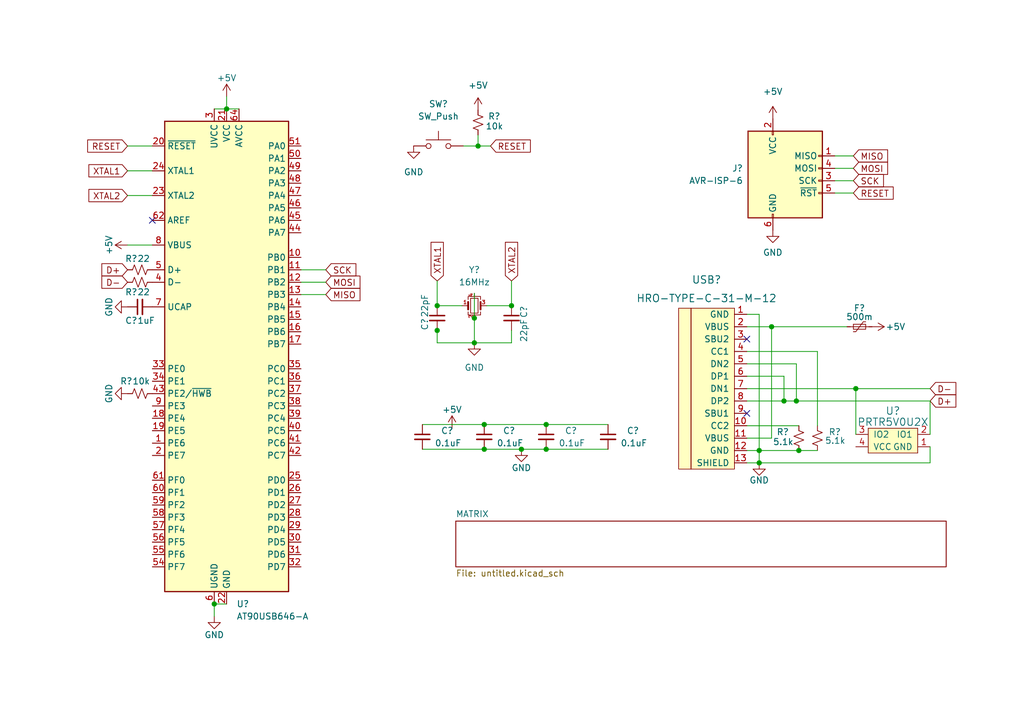
<source format=kicad_sch>
(kicad_sch (version 20211123) (generator eeschema)
  (paper "A5")
  (lib_symbols
    (symbol "Connector:AVR-ISP-6" (pin_names (offset 1.016))
      (property "Reference" "J" (at -6.35 11.43 0))
      (property "Value" "AVR-ISP-6" (at 0 11.43 0))
      (symbol "AVR-ISP-6_0_1"
        (rectangle (start -2.667 -6.858) (end -2.413 -7.62))
        (rectangle (start -2.667 10.16) (end -2.413 9.398))
        (rectangle (start 7.62 -2.413) (end 6.858 -2.667))
        (rectangle (start 7.62 0.127) (end 6.858 -0.127))
        (rectangle (start 7.62 2.667) (end 6.858 2.413))
        (rectangle (start 7.62 5.207) (end 6.858 4.953))
        (rectangle (start 7.62 10.16) (end -7.62 -7.62) (stroke (width 0.254)) (fill (type background)))
      )
      (symbol "AVR-ISP-6_1_1"
        (pin passive line (at 10.16 5.08 180) (length 2.54) (name "MISO") (number "1"))
        (pin passive line (at -2.54 12.7 270) (length 2.54) (name "VCC") (number "2"))
        (pin passive line (at 10.16 0 180) (length 2.54) (name "SCK") (number "3"))
        (pin passive line (at 10.16 2.54 180) (length 2.54) (name "MOSI") (number "4"))
        (pin passive line (at 10.16 -2.54 180) (length 2.54) (name "~{RST}") (number "5"))
        (pin passive line (at -2.54 -10.16 90) (length 2.54) (name "GND") (number "6"))
      )
    )
    (symbol "Device:C_Small" (pin_numbers hide) (pin_names (offset 0.254) hide)
      (property "Reference" "C" (at 0.254 1.778 0))
      (property "Value" "C_Small" (at 0.254 -2.032 0))
      (symbol "C_Small_0_1"
        (polyline (pts (xy -1.524 -0.508) (xy 1.524 -0.508)) (stroke (width 0.3302)))
        (polyline (pts (xy -1.524 0.508) (xy 1.524 0.508)) (stroke (width 0.3048)))
      )
      (symbol "C_Small_1_1"
        (pin passive line (at 0 2.54 270) (length 2.032) (name "~") (number "1"))
        (pin passive line (at 0 -2.54 90) (length 2.032) (name "~") (number "2"))
      )
    )
    (symbol "Device:Crystal_GND24_Small" (pin_names (offset 1.016) hide)
      (property "Reference" "Y" (at 1.27 4.445 0))
      (property "Value" "Crystal_GND24_Small" (at 1.27 2.54 0))
      (symbol "Crystal_GND24_Small_0_1"
        (rectangle (start -0.762 -1.524) (end 0.762 1.524))
        (polyline (pts (xy -1.27 -0.762) (xy -1.27 0.762)) (stroke (width 0.381)))
        (polyline (pts (xy 1.27 -0.762) (xy 1.27 0.762)) (stroke (width 0.381)))
        (polyline (pts (xy -1.27 -1.27) (xy -1.27 -1.905) (xy 1.27 -1.905) (xy 1.27 -1.27)))
        (polyline (pts (xy -1.27 1.27) (xy -1.27 1.905) (xy 1.27 1.905) (xy 1.27 1.27)))
      )
      (symbol "Crystal_GND24_Small_1_1"
        (pin passive line (at -2.54 0 0) (length 1.27) (name "1") (number "1"))
        (pin passive line (at 0 -2.54 90) (length 0.635) (name "2") (number "2"))
        (pin passive line (at 2.54 0 180) (length 1.27) (name "3") (number "3"))
        (pin passive line (at 0 2.54 270) (length 0.635) (name "4") (number "4"))
      )
    )
    (symbol "Device:Polyfuse_Small" (pin_numbers hide) (pin_names (offset 0))
      (property "Reference" "F" (at -1.905 0 90))
      (property "Value" "Polyfuse_Small" (at 1.905 0 90))
      (symbol "Polyfuse_Small_0_1"
        (rectangle (start -0.508 1.27) (end 0.508 -1.27))
        (polyline (pts (xy 0 2.54) (xy 0 -2.54)))
        (polyline (pts (xy -1.016 1.27) (xy -1.016 0.762) (xy 1.016 -0.762) (xy 1.016 -1.27)))
      )
      (symbol "Polyfuse_Small_1_1"
        (pin passive line (at 0 2.54 270) (length 0.635) (name "~") (number "1"))
        (pin passive line (at 0 -2.54 90) (length 0.635) (name "~") (number "2"))
      )
    )
    (symbol "Device:R_Small_US" (pin_numbers hide) (pin_names (offset 0.254) hide)
      (property "Reference" "R" (at 0.762 0.508 0))
      (property "Value" "R_Small_US" (at 0.762 -1.016 0))
      (symbol "R_Small_US_1_1"
        (polyline (pts (xy 0 0) (xy 1.016 -0.381) (xy 0 -0.762) (xy -1.016 -1.143) (xy 0 -1.524)))
        (polyline (pts (xy 0 1.524) (xy 1.016 1.143) (xy 0 0.762) (xy -1.016 0.381) (xy 0 0)))
        (pin passive line (at 0 2.54 270) (length 1.016) (name "~") (number "1"))
        (pin passive line (at 0 -2.54 90) (length 1.016) (name "~") (number "2"))
      )
    )
    (symbol "MCU_Microchip_AVR:AT90USB646-A"
      (property "Reference" "U" (at -12.7 49.53 0))
      (property "Value" "AT90USB646-A" (at 2.54 -49.53 0))
      (symbol "AT90USB646-A_0_1"
        (rectangle (start -12.7 -48.26) (end 12.7 48.26) (stroke (width 0.254)) (fill (type background)))
      )
      (symbol "AT90USB646-A_1_1"
        (pin bidirectional line (at -15.24 -17.78 0) (length 2.54) (name "PE6") (number "1"))
        (pin bidirectional line (at 15.24 20.32 180) (length 2.54) (name "PB0") (number "10"))
        (pin bidirectional line (at 15.24 17.78 180) (length 2.54) (name "PB1") (number "11"))
        (pin bidirectional line (at 15.24 15.24 180) (length 2.54) (name "PB2") (number "12"))
        (pin bidirectional line (at 15.24 12.7 180) (length 2.54) (name "PB3") (number "13"))
        (pin bidirectional line (at 15.24 10.16 180) (length 2.54) (name "PB4") (number "14"))
        (pin bidirectional line (at 15.24 7.62 180) (length 2.54) (name "PB5") (number "15"))
        (pin bidirectional line (at 15.24 5.08 180) (length 2.54) (name "PB6") (number "16"))
        (pin bidirectional line (at 15.24 2.54 180) (length 2.54) (name "PB7") (number "17"))
        (pin bidirectional line (at -15.24 -12.7 0) (length 2.54) (name "PE4") (number "18"))
        (pin bidirectional line (at -15.24 -15.24 0) (length 2.54) (name "PE5") (number "19"))
        (pin bidirectional line (at -15.24 -20.32 0) (length 2.54) (name "PE7") (number "2"))
        (pin input line (at -15.24 43.18 0) (length 2.54) (name "~{RESET}") (number "20"))
        (pin power_in line (at 0 50.8 270) (length 2.54) (name "VCC") (number "21"))
        (pin power_in line (at 0 -50.8 90) (length 2.54) (name "GND") (number "22"))
        (pin output line (at -15.24 33.02 0) (length 2.54) (name "XTAL2") (number "23"))
        (pin input line (at -15.24 38.1 0) (length 2.54) (name "XTAL1") (number "24"))
        (pin bidirectional line (at 15.24 -25.4 180) (length 2.54) (name "PD0") (number "25"))
        (pin bidirectional line (at 15.24 -27.94 180) (length 2.54) (name "PD1") (number "26"))
        (pin bidirectional line (at 15.24 -30.48 180) (length 2.54) (name "PD2") (number "27"))
        (pin bidirectional line (at 15.24 -33.02 180) (length 2.54) (name "PD3") (number "28"))
        (pin bidirectional line (at 15.24 -35.56 180) (length 2.54) (name "PD4") (number "29"))
        (pin power_in line (at -2.54 50.8 270) (length 2.54) (name "UVCC") (number "3"))
        (pin bidirectional line (at 15.24 -38.1 180) (length 2.54) (name "PD5") (number "30"))
        (pin bidirectional line (at 15.24 -40.64 180) (length 2.54) (name "PD6") (number "31"))
        (pin bidirectional line (at 15.24 -43.18 180) (length 2.54) (name "PD7") (number "32"))
        (pin bidirectional line (at -15.24 -2.54 0) (length 2.54) (name "PE0") (number "33"))
        (pin bidirectional line (at -15.24 -5.08 0) (length 2.54) (name "PE1") (number "34"))
        (pin bidirectional line (at 15.24 -2.54 180) (length 2.54) (name "PC0") (number "35"))
        (pin bidirectional line (at 15.24 -5.08 180) (length 2.54) (name "PC1") (number "36"))
        (pin bidirectional line (at 15.24 -7.62 180) (length 2.54) (name "PC2") (number "37"))
        (pin bidirectional line (at 15.24 -10.16 180) (length 2.54) (name "PC3") (number "38"))
        (pin bidirectional line (at 15.24 -12.7 180) (length 2.54) (name "PC4") (number "39"))
        (pin bidirectional line (at -15.24 15.24 0) (length 2.54) (name "D-") (number "4"))
        (pin bidirectional line (at 15.24 -15.24 180) (length 2.54) (name "PC5") (number "40"))
        (pin bidirectional line (at 15.24 -17.78 180) (length 2.54) (name "PC6") (number "41"))
        (pin bidirectional line (at 15.24 -20.32 180) (length 2.54) (name "PC7") (number "42"))
        (pin bidirectional line (at -15.24 -7.62 0) (length 2.54) (name "PE2/~{HWB}") (number "43"))
        (pin bidirectional line (at 15.24 25.4 180) (length 2.54) (name "PA7") (number "44"))
        (pin bidirectional line (at 15.24 27.94 180) (length 2.54) (name "PA6") (number "45"))
        (pin bidirectional line (at 15.24 30.48 180) (length 2.54) (name "PA5") (number "46"))
        (pin bidirectional line (at 15.24 33.02 180) (length 2.54) (name "PA4") (number "47"))
        (pin bidirectional line (at 15.24 35.56 180) (length 2.54) (name "PA3") (number "48"))
        (pin bidirectional line (at 15.24 38.1 180) (length 2.54) (name "PA2") (number "49"))
        (pin bidirectional line (at -15.24 17.78 0) (length 2.54) (name "D+") (number "5"))
        (pin bidirectional line (at 15.24 40.64 180) (length 2.54) (name "PA1") (number "50"))
        (pin bidirectional line (at 15.24 43.18 180) (length 2.54) (name "PA0") (number "51"))
        (pin passive line (at 0 50.8 270) (length 2.54) hide (name "VCC") (number "52"))
        (pin passive line (at 0 -50.8 90) (length 2.54) hide (name "GND") (number "53"))
        (pin bidirectional line (at -15.24 -43.18 0) (length 2.54) (name "PF7") (number "54"))
        (pin bidirectional line (at -15.24 -40.64 0) (length 2.54) (name "PF6") (number "55"))
        (pin bidirectional line (at -15.24 -38.1 0) (length 2.54) (name "PF5") (number "56"))
        (pin bidirectional line (at -15.24 -35.56 0) (length 2.54) (name "PF4") (number "57"))
        (pin bidirectional line (at -15.24 -33.02 0) (length 2.54) (name "PF3") (number "58"))
        (pin bidirectional line (at -15.24 -30.48 0) (length 2.54) (name "PF2") (number "59"))
        (pin power_in line (at -2.54 -50.8 90) (length 2.54) (name "UGND") (number "6"))
        (pin bidirectional line (at -15.24 -27.94 0) (length 2.54) (name "PF1") (number "60"))
        (pin bidirectional line (at -15.24 -25.4 0) (length 2.54) (name "PF0") (number "61"))
        (pin passive line (at -15.24 27.94 0) (length 2.54) (name "AREF") (number "62"))
        (pin passive line (at 0 -50.8 90) (length 2.54) hide (name "GND") (number "63"))
        (pin power_in line (at 2.54 50.8 270) (length 2.54) (name "AVCC") (number "64"))
        (pin passive line (at -15.24 10.16 0) (length 2.54) (name "UCAP") (number "7"))
        (pin input line (at -15.24 22.86 0) (length 2.54) (name "VBUS") (number "8"))
        (pin bidirectional line (at -15.24 -10.16 0) (length 2.54) (name "PE3") (number "9"))
      )
    )
    (symbol "Switch:SW_Push" (pin_numbers hide) (pin_names (offset 1.016) hide)
      (property "Reference" "SW" (at 1.27 2.54 0))
      (property "Value" "SW_Push" (at 0 -1.524 0))
      (symbol "SW_Push_0_1"
        (circle (center -2.032 0) (radius 0.508))
        (polyline (pts (xy 0 1.27) (xy 0 3.048)))
        (polyline (pts (xy 2.54 1.27) (xy -2.54 1.27)))
        (circle (center 2.032 0) (radius 0.508))
        (pin passive line (at -5.08 0 0) (length 2.54) (name "1") (number "1"))
        (pin passive line (at 5.08 0 180) (length 2.54) (name "2") (number "2"))
      )
    )
    (symbol "Type-C:HRO-TYPE-C-31-M-12" (pin_names (offset 1.016))
      (property "Reference" "USB" (at -5.08 16.51 0))
      (property "Value" "HRO-TYPE-C-31-M-12" (at -10.16 -1.27 90))
      (symbol "HRO-TYPE-C-31-M-12_0_1"
        (rectangle (start -11.43 15.24) (end -8.89 -17.78) (fill (type background)))
        (rectangle (start 0 -17.78) (end -8.89 15.24) (fill (type background)))
      )
      (symbol "HRO-TYPE-C-31-M-12_1_1"
        (pin input line (at 2.54 13.97 180) (length 2.54) (name "GND") (number "1"))
        (pin input line (at 2.54 -8.89 180) (length 2.54) (name "CC2") (number "10"))
        (pin input line (at 2.54 -11.43 180) (length 2.54) (name "VBUS") (number "11"))
        (pin input line (at 2.54 -13.97 180) (length 2.54) (name "GND") (number "12"))
        (pin input line (at 2.54 -16.51 180) (length 2.54) (name "SHIELD") (number "13"))
        (pin input line (at 2.54 11.43 180) (length 2.54) (name "VBUS") (number "2"))
        (pin input line (at 2.54 8.89 180) (length 2.54) (name "SBU2") (number "3"))
        (pin input line (at 2.54 6.35 180) (length 2.54) (name "CC1") (number "4"))
        (pin input line (at 2.54 3.81 180) (length 2.54) (name "DN2") (number "5"))
        (pin input line (at 2.54 1.27 180) (length 2.54) (name "DP1") (number "6"))
        (pin input line (at 2.54 -1.27 180) (length 2.54) (name "DN1") (number "7"))
        (pin input line (at 2.54 -3.81 180) (length 2.54) (name "DP2") (number "8"))
        (pin input line (at 2.54 -6.35 180) (length 2.54) (name "SBU1") (number "9"))
      )
    )
    (symbol "power:+5V" (power) (pin_names (offset 0))
      (property "Value" "+5V" (at 0 3.556 0))
      (symbol "+5V_0_1"
        (polyline (pts (xy -0.762 1.27) (xy 0 2.54)))
        (polyline (pts (xy 0 0) (xy 0 2.54)))
        (polyline (pts (xy 0 2.54) (xy 0.762 1.27)))
      )
      (symbol "+5V_1_1"
        (pin power_in line (at 0 0 90) (length 0) hide (name "+5V") (number "1"))
      )
    )
    (symbol "power:GND" (power) (pin_names (offset 0))
      (property "Value" "GND" (at 0 -3.81 0))
      (symbol "GND_0_1"
        (polyline (pts (xy 0 0) (xy 0 -1.27) (xy 1.27 -1.27) (xy 0 -2.54) (xy -1.27 -1.27) (xy 0 -1.27)))
      )
      (symbol "GND_1_1"
        (pin power_in line (at 0 0 270) (length 0) hide (name "GND") (number "1"))
      )
    )
    (symbol "random-keyboard-parts:PRTR5V0U2X" (pin_names (offset 1.016))
      (property "Reference" "U" (at 0 3.81 0))
      (property "Value" "PRTR5V0U2X" (at 0 -3.81 0))
      (symbol "PRTR5V0U2X_0_1"
        (rectangle (start -5.08 2.54) (end 5.08 -2.54) (fill (type background)))
      )
      (symbol "PRTR5V0U2X_1_1"
        (pin input line (at -7.62 1.27 0) (length 2.54) (name "GND") (number "1"))
        (pin input line (at -7.62 -1.27 0) (length 2.54) (name "IO1") (number "2"))
        (pin input line (at 7.62 -1.27 180) (length 2.54) (name "IO2") (number "3"))
        (pin input line (at 7.62 1.27 180) (length 2.54) (name "VCC") (number "4"))
      )
    )
  )
  (junction (at 160.782 82.296))
  (junction (at 112.014 87.122))
  (junction (at 158.242 67.056))
  (junction (at 163.322 82.296))
  (junction (at 46.482 22.352))
  (junction (at 89.662 62.738))
  (junction (at 163.83 92.456))
  (junction (at 175.514 79.756))
  (junction (at 98.044 29.972))
  (junction (at 112.014 92.202))
  (junction (at 97.282 65.278))
  (junction (at 106.934 92.202))
  (junction (at 99.314 87.122))
  (junction (at 97.282 70.358))
  (junction (at 104.902 62.738))
  (junction (at 155.702 94.996))
  (junction (at 43.942 123.952))
  (junction (at 99.314 92.202))
  (junction (at 155.702 92.456))
  (junction (at 89.662 67.818))
  (no_connect (at 31.242 45.212))
  (no_connect (at 153.162 84.836))
  (no_connect (at 153.162 69.596))
  (wire (pts (xy 160.782 77.216) (xy 160.782 82.296)))
  (wire (pts (xy 158.242 67.056) (xy 173.736 67.056)))
  (wire (pts (xy 167.64 72.136) (xy 153.162 72.136)))
  (wire (pts (xy 97.282 60.198) (xy 97.282 65.278)))
  (wire (pts (xy 153.162 77.216) (xy 160.782 77.216)))
  (wire (pts (xy 86.614 87.122) (xy 99.314 87.122)))
  (wire (pts (xy 106.934 92.202) (xy 112.014 92.202)))
  (wire (pts (xy 153.162 87.376) (xy 163.83 87.376)))
  (wire (pts (xy 190.754 82.296) (xy 190.754 89.154)))
  (wire (pts (xy 153.162 79.756) (xy 175.514 79.756)))
  (wire (pts (xy 89.662 57.658) (xy 89.662 62.738)))
  (wire (pts (xy 171.196 39.624) (xy 175.006 39.624)))
  (wire (pts (xy 46.482 22.352) (xy 49.022 22.352)))
  (wire (pts (xy 46.482 19.812) (xy 46.482 22.352)))
  (wire (pts (xy 89.662 67.818) (xy 89.662 70.358)))
  (wire (pts (xy 61.722 57.912) (xy 66.802 57.912)))
  (wire (pts (xy 97.282 65.278) (xy 97.282 70.358)))
  (wire (pts (xy 153.162 74.676) (xy 163.322 74.676)))
  (wire (pts (xy 61.722 60.452) (xy 66.802 60.452)))
  (wire (pts (xy 155.702 92.456) (xy 155.702 94.996)))
  (wire (pts (xy 190.754 91.694) (xy 190.754 94.996)))
  (wire (pts (xy 104.902 70.358) (xy 104.902 67.818)))
  (wire (pts (xy 153.162 82.296) (xy 160.782 82.296)))
  (wire (pts (xy 175.514 79.756) (xy 175.514 89.154)))
  (wire (pts (xy 99.314 87.122) (xy 112.014 87.122)))
  (wire (pts (xy 112.014 92.202) (xy 124.714 92.202)))
  (wire (pts (xy 26.162 29.972) (xy 31.242 29.972)))
  (wire (pts (xy 155.702 64.516) (xy 155.702 92.456)))
  (wire (pts (xy 155.702 94.996) (xy 153.162 94.996)))
  (wire (pts (xy 112.014 87.122) (xy 124.714 87.122)))
  (wire (pts (xy 94.996 29.972) (xy 98.044 29.972)))
  (wire (pts (xy 89.662 62.738) (xy 94.742 62.738)))
  (wire (pts (xy 155.956 92.456) (xy 163.83 92.456)))
  (wire (pts (xy 160.782 82.296) (xy 163.322 82.296)))
  (wire (pts (xy 104.902 57.658) (xy 104.902 62.738)))
  (wire (pts (xy 163.83 92.456) (xy 167.64 92.456)))
  (wire (pts (xy 98.044 27.686) (xy 98.044 29.972)))
  (wire (pts (xy 171.196 34.544) (xy 175.006 34.544)))
  (wire (pts (xy 26.162 50.292) (xy 31.242 50.292)))
  (wire (pts (xy 163.322 82.296) (xy 190.754 82.296)))
  (wire (pts (xy 153.162 92.456) (xy 155.702 92.456)))
  (wire (pts (xy 171.196 37.084) (xy 175.006 37.084)))
  (wire (pts (xy 99.314 92.202) (xy 106.934 92.202)))
  (wire (pts (xy 89.662 70.358) (xy 97.282 70.358)))
  (wire (pts (xy 153.162 67.056) (xy 158.242 67.056)))
  (wire (pts (xy 61.722 55.372) (xy 66.802 55.372)))
  (wire (pts (xy 153.162 89.916) (xy 158.242 89.916)))
  (wire (pts (xy 175.514 79.756) (xy 190.754 79.756)))
  (wire (pts (xy 171.196 32.004) (xy 175.006 32.004)))
  (wire (pts (xy 26.162 40.132) (xy 31.242 40.132)))
  (wire (pts (xy 86.614 92.202) (xy 99.314 92.202)))
  (wire (pts (xy 167.64 72.136) (xy 167.64 87.376)))
  (wire (pts (xy 43.942 123.952) (xy 46.482 123.952)))
  (wire (pts (xy 43.942 22.352) (xy 46.482 22.352)))
  (wire (pts (xy 26.162 35.052) (xy 31.242 35.052)))
  (wire (pts (xy 99.822 62.738) (xy 104.902 62.738)))
  (wire (pts (xy 190.754 94.996) (xy 155.702 94.996)))
  (wire (pts (xy 43.942 123.952) (xy 43.942 126.492)))
  (wire (pts (xy 153.162 64.516) (xy 155.702 64.516)))
  (wire (pts (xy 163.322 74.676) (xy 163.322 82.296)))
  (wire (pts (xy 97.282 70.358) (xy 104.902 70.358)))
  (wire (pts (xy 98.044 29.972) (xy 100.584 29.972)))
  (wire (pts (xy 158.242 89.916) (xy 158.242 67.056)))
  (wire (pts (xy 89.662 67.564) (xy 89.662 67.818)))
  (global_label "MOSI" (shape input) (at 175.006 34.544 0) (property "Intersheet References" "${INTERSHEET_REFS}" (effects hide)))
  (global_label "RESET" (shape input) (at 175.006 39.624 0) (property "Intersheet References" "${INTERSHEET_REFS}" (effects hide)))
  (global_label "SCK" (shape input) (at 66.802 55.372 0) (property "Intersheet References" "${INTERSHEET_REFS}" (effects hide)))
  (global_label "XTAL2" (shape input) (at 104.902 57.658 90) (property "Intersheet References" "${INTERSHEET_REFS}" (effects hide)))
  (global_label "XTAL1" (shape input) (at 26.162 35.052 180) (property "Intersheet References" "${INTERSHEET_REFS}" (effects hide)))
  (global_label "MOSI" (shape input) (at 66.802 57.912 0) (property "Intersheet References" "${INTERSHEET_REFS}" (effects hide)))
  (global_label "D+" (shape input) (at 190.754 82.296 0) (property "Intersheet References" "${INTERSHEET_REFS}" (effects hide)))
  (global_label "D-" (shape input) (at 26.162 57.912 180) (property "Intersheet References" "${INTERSHEET_REFS}" (effects hide)))
  (global_label "XTAL1" (shape input) (at 89.662 57.658 90) (property "Intersheet References" "${INTERSHEET_REFS}" (effects hide)))
  (global_label "SCK" (shape input) (at 175.006 37.084 0) (property "Intersheet References" "${INTERSHEET_REFS}" (effects hide)))
  (global_label "XTAL2" (shape input) (at 26.162 40.132 180) (property "Intersheet References" "${INTERSHEET_REFS}" (effects hide)))
  (global_label "D-" (shape input) (at 190.754 79.756 0) (property "Intersheet References" "${INTERSHEET_REFS}" (effects hide)))
  (global_label "RESET" (shape input) (at 100.584 29.972 0) (property "Intersheet References" "${INTERSHEET_REFS}" (effects hide)))
  (global_label "MISO" (shape input) (at 66.802 60.452 0) (property "Intersheet References" "${INTERSHEET_REFS}" (effects hide)))
  (global_label "RESET" (shape input) (at 26.162 29.972 180) (property "Intersheet References" "${INTERSHEET_REFS}" (effects hide)))
  (global_label "MISO" (shape input) (at 175.006 32.004 0) (property "Intersheet References" "${INTERSHEET_REFS}" (effects hide)))
  (global_label "D+" (shape input) (at 26.162 55.372 180) (property "Intersheet References" "${INTERSHEET_REFS}" (effects hide)))
  (symbol (lib_id "Device:C_Small") (at 112.014 89.662 0) (unit 1)
    (property "Reference" "C?" (at 115.824 88.392 0) (effects (justify left)))
    (property "Value" "0.1uF" (at 114.554 90.9382 0) (effects (justify left)))
  )
  (symbol (lib_id "Device:R_Small_US") (at 28.702 57.912 270) (unit 1)
    (property "Reference" "R?" (at 26.924 59.944 90))
    (property "Value" "22" (at 29.464 59.944 90))
  )
  (symbol (lib_id "power:GND") (at 26.162 80.772 270) (unit 1)
    (property "Reference" "#PWR?" (effects hide))
    (property "Value" "GND" (at 22.352 80.772 0))
  )
  (symbol (lib_id "Device:C_Small") (at 89.662 65.278 0) (unit 1)
    (property "Reference" "C?" (at 87.122 66.548 90))
    (property "Value" "22pF" (at 87.122 62.738 90))
  )
  (symbol (lib_id "Device:R_Small_US") (at 98.044 25.146 0) (unit 1)
    (property "Reference" "R?" (at 100.076 23.876 0) (effects (justify left)))
    (property "Value" "10k" (at 99.568 25.908 0) (effects (justify left)))
  )
  (symbol (lib_id "Device:R_Small_US") (at 28.702 55.372 90) (unit 1)
    (property "Reference" "R?" (at 26.924 53.086 90))
    (property "Value" "22" (at 29.464 53.086 90))
  )
  (symbol (lib_id "random-keyboard-parts:PRTR5V0U2X") (at 183.134 90.424 180) (unit 1)
    (property "Reference" "U?" (at 183.134 84.328 0) (effects (font (size 1.524 1.524))))
    (property "Value" "PRTR5V0U2X" (at 183.134 86.614 0) (effects (font (size 1.524 1.524))))
  )
  (symbol (lib_id "Device:R_Small_US") (at 28.702 80.772 90) (unit 1)
    (property "Reference" "R?" (at 25.908 78.232 90))
    (property "Value" "10k" (at 28.956 78.232 90))
  )
  (symbol (lib_id "Device:Polyfuse_Small") (at 176.276 67.056 90) (unit 1)
    (property "Reference" "F?" (at 176.276 63.246 90))
    (property "Value" "500m" (at 176.276 65.024 90))
  )
  (symbol (lib_id "Device:C_Small") (at 99.314 89.662 0) (unit 1)
    (property "Reference" "C?" (at 103.124 88.392 0) (effects (justify left)))
    (property "Value" "0.1uF" (at 101.854 90.9382 0) (effects (justify left)))
  )
  (symbol (lib_id "power:+5V") (at 98.044 22.606 0) (unit 1)
    (property "Reference" "#PWR?" (effects hide))
    (property "Value" "+5V" (at 98.044 17.526 0))
  )
  (symbol (lib_id "Device:R_Small_US") (at 163.83 89.916 0) (unit 1)
    (property "Reference" "R?" (at 159.258 88.646 0) (effects (justify left)))
    (property "Value" "5.1k" (at 158.496 90.678 0) (effects (justify left)))
  )
  (symbol (lib_id "MCU_Microchip_AVR:AT90USB646-A") (at 46.482 73.152 0) (unit 1)
    (property "Reference" "U?" (at 48.5014 123.952 0) (effects (justify left)))
    (property "Value" "AT90USB646-A" (at 48.5014 126.492 0) (effects (justify left)))
    (property "Footprint" "Package_QFP:TQFP-64_14x14mm_P0.8mm" (effects hide))
    (property "Datasheet" "http://ww1.microchip.com/downloads/en/DeviceDoc/doc7593.pdf" (effects hide))
  )
  (symbol (lib_id "power:+5V") (at 46.482 19.812 0) (unit 1)
    (property "Reference" "#PWR?" (effects hide))
    (property "Value" "+5V" (at 46.482 16.002 0))
  )
  (symbol (lib_id "Type-C:HRO-TYPE-C-31-M-12") (at 150.622 78.486 0) (unit 1)
    (property "Reference" "USB?" (at 144.907 57.404 0) (effects (font (size 1.524 1.524))))
    (property "Value" "HRO-TYPE-C-31-M-12" (at 144.907 61.214 0) (effects (font (size 1.524 1.524))))
  )
  (symbol (lib_id "Switch:SW_Push") (at 89.916 29.972 0) (unit 1)
    (property "Reference" "SW?" (at 89.916 21.336 0))
    (property "Value" "SW_Push" (at 89.916 23.876 0))
  )
  (symbol (lib_id "power:GND") (at 84.836 29.972 0) (unit 1)
    (property "Reference" "#PWR?" (effects hide))
    (property "Value" "GND" (at 84.836 35.306 0))
  )
  (symbol (lib_id "power:+5V") (at 158.496 24.384 0) (unit 1)
    (property "Reference" "#PWR?" (effects hide))
    (property "Value" "+5V" (at 158.496 18.796 0))
  )
  (symbol (lib_id "Device:R_Small_US") (at 167.64 89.916 0) (unit 1)
    (property "Reference" "R?" (at 169.926 88.646 0) (effects (justify left)))
    (property "Value" "5.1k" (at 169.164 90.424 0) (effects (justify left)))
  )
  (symbol (lib_id "power:GND") (at 97.282 70.358 0) (unit 1)
    (property "Reference" "#PWR?" (effects hide))
    (property "Value" "GND" (at 97.282 75.438 0))
  )
  (symbol (lib_id "power:GND") (at 158.496 47.244 0) (unit 1)
    (property "Reference" "#PWR?" (effects hide))
    (property "Value" "GND" (at 158.496 51.816 0))
  )
  (symbol (lib_id "power:GND") (at 43.942 126.492 0) (unit 1)
    (property "Reference" "#PWR?" (effects hide))
    (property "Value" "GND" (at 43.942 130.302 0))
  )
  (symbol (lib_id "power:GND") (at 155.702 94.996 0) (unit 1)
    (property "Reference" "#PWR?" (effects hide))
    (property "Value" "GND" (at 155.702 98.552 0))
  )
  (symbol (lib_id "Device:C_Small") (at 28.702 62.992 90) (unit 1)
    (property "Reference" "C?" (at 26.924 65.786 90))
    (property "Value" "1uF" (at 29.972 65.786 90))
  )
  (symbol (lib_id "power:+5V") (at 178.816 67.056 270) (unit 1)
    (property "Reference" "#PWR?" (effects hide))
    (property "Value" "+5V" (at 181.61 67.056 90) (effects (justify left)))
  )
  (symbol (lib_id "Device:C_Small") (at 104.902 65.278 0) (unit 1)
    (property "Reference" "C?" (at 107.442 64.008 90))
    (property "Value" "22pF" (at 107.442 67.818 90))
  )
  (symbol (lib_id "Device:C_Small") (at 124.714 89.662 0) (unit 1)
    (property "Reference" "C?" (at 128.524 88.392 0) (effects (justify left)))
    (property "Value" "0.1uF" (at 127.254 90.9382 0) (effects (justify left)))
  )
  (symbol (lib_id "Device:Crystal_GND24_Small") (at 97.282 62.738 0) (unit 1)
    (property "Reference" "Y?" (at 97.282 55.372 0))
    (property "Value" "16MHz" (at 97.282 57.912 0))
  )
  (symbol (lib_id "Connector:AVR-ISP-6") (at 161.036 37.084 0) (unit 1)
    (property "Reference" "J?" (at 152.4 34.5439 0) (effects (justify right)))
    (property "Value" "AVR-ISP-6" (at 152.4 37.0839 0) (effects (justify right)))
    (property "Datasheet" " ~" (effects hide))
  )
  (symbol (lib_id "power:GND") (at 26.162 62.992 270) (unit 1)
    (property "Reference" "#PWR?" (effects hide))
    (property "Value" "GND" (at 22.352 62.992 0))
  )
  (symbol (lib_id "power:GND") (at 106.934 92.202 0) (unit 1)
    (property "Reference" "#PWR?" (effects hide))
    (property "Value" "GND" (at 106.934 96.012 0))
  )
  (symbol (lib_id "power:+5V") (at 92.71 87.884 0) (unit 1)
    (property "Reference" "#PWR?" (effects hide))
    (property "Value" "+5V" (at 92.71 84.074 0))
  )
  (symbol (lib_id "power:+5V") (at 26.162 50.292 90) (unit 1)
    (property "Reference" "#PWR?" (effects hide))
    (property "Value" "+5V" (at 22.352 50.292 0))
  )
  (symbol (lib_id "Device:C_Small") (at 86.614 89.662 0) (unit 1)
    (property "Reference" "C?" (at 90.424 88.392 0) (effects (justify left)))
    (property "Value" "0.1uF" (at 89.154 90.9382 0) (effects (justify left)))
  )
  (sheet (at 93.472 106.934) (size 100.584 9.398) (stroke (width 0.1524))
    (property "Sheet name" "MATRIX" (at 93.472 106.2224 0) (effects (justify left bottom)))
    (property "Sheet file" "untitled.kicad_sch" (at 93.472 116.9166 0) (effects (justify left top)))
  )
)
</source>
